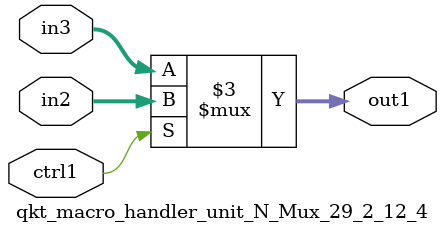
<source format=v>

`timescale 1ps / 1ps


module qkt_macro_handler_unit_N_Mux_29_2_12_4( in3, in2, ctrl1, out1 );

    input [28:0] in3;
    input [28:0] in2;
    input ctrl1;
    output [28:0] out1;
    reg [28:0] out1;

    
    // rtl_process:qkt_macro_handler_unit_N_Mux_29_2_12_4/qkt_macro_handler_unit_N_Mux_29_2_12_4_thread_1
    always @*
      begin : qkt_macro_handler_unit_N_Mux_29_2_12_4_thread_1
        case (ctrl1) 
          1'b1: 
            begin
              out1 = in2;
            end
          default: 
            begin
              out1 = in3;
            end
        endcase
      end

endmodule


</source>
